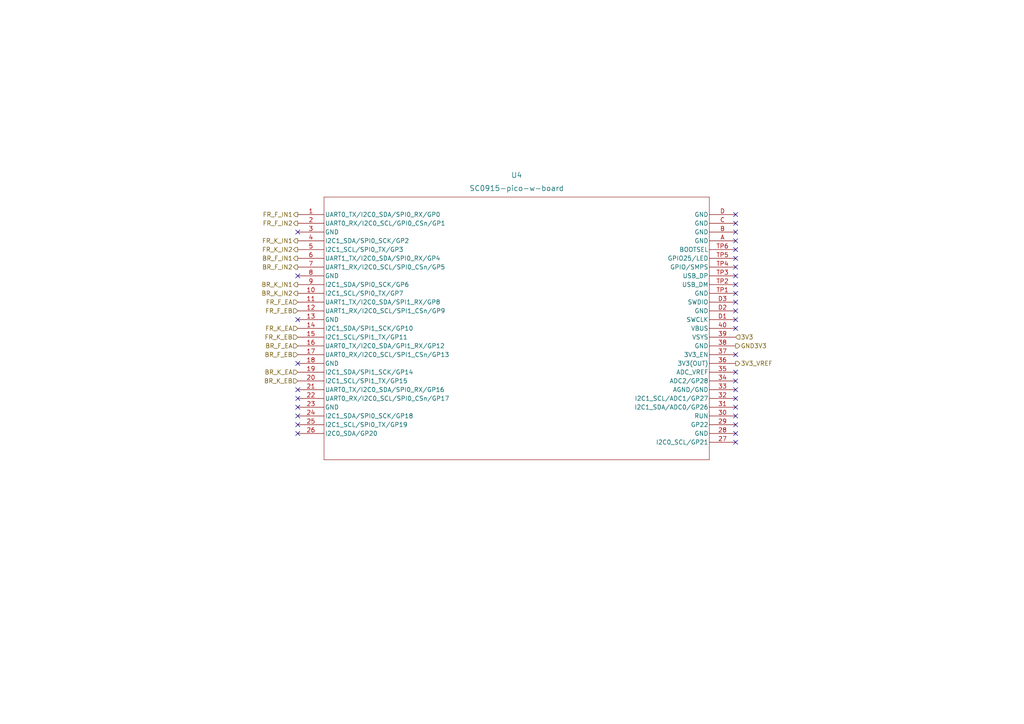
<source format=kicad_sch>
(kicad_sch (version 20211123) (generator eeschema)
  (paper "A4")
  (lib_symbols
    (symbol "library:SC0915-pico-w-board" (pin_names (offset 0.254))
      (property "Reference" "U4" (at 63.5 11.43 0))
      (property "Value" "SC0915-pico-w-board" (at 63.5 7.62 0))
      (symbol "SC0915-pico-w-board_0_1"
        (polyline (pts (xy 7.62 -71.12) (xy 119.38 -71.12)) (stroke (width 0.127)))
        (polyline (pts (xy 7.62 5.08) (xy 7.62 -71.12)) (stroke (width 0.127)))
        (polyline (pts (xy 119.38 -71.12) (xy 119.38 5.08)) (stroke (width 0.127)))
        (polyline (pts (xy 119.38 5.08) (xy 7.62 5.08)) (stroke (width 0.127)))
        (pin bidirectional line (at 0 0 0) (length 7.62) (name "UART0_TX/I2C0_SDA/SPI0_RX/GP0") (number "1"))
        (pin bidirectional line (at 0 -22.86 0) (length 7.62) (name "I2C1_SCL/SPI0_TX/GP7") (number "10"))
        (pin bidirectional line (at 0 -25.4 0) (length 7.62) (name "UART1_TX/I2C0_SDA/SPI1_RX/GP8") (number "11"))
        (pin bidirectional line (at 0 -27.94 0) (length 7.62) (name "UART1_RX/I2C0_SCL/SPI1_CSn/GP9") (number "12"))
        (pin power_out line (at 0 -30.48 0) (length 7.62) (name "GND") (number "13"))
        (pin bidirectional line (at 0 -33.02 0) (length 7.62) (name "I2C1_SDA/SPI1_SCK/GP10") (number "14"))
        (pin bidirectional line (at 0 -35.56 0) (length 7.62) (name "I2C1_SCL/SPI1_TX/GP11") (number "15"))
        (pin bidirectional line (at 0 -38.1 0) (length 7.62) (name "UART0_TX/I2C0_SDA/GPI1_RX/GP12") (number "16"))
        (pin bidirectional line (at 0 -40.64 0) (length 7.62) (name "UART0_RX/I2C0_SCL/SPI1_CSn/GP13") (number "17"))
        (pin power_out line (at 0 -43.18 0) (length 7.62) (name "GND") (number "18"))
        (pin bidirectional line (at 0 -45.72 0) (length 7.62) (name "I2C1_SDA/SPI1_SCK/GP14") (number "19"))
        (pin bidirectional line (at 0 -2.54 0) (length 7.62) (name "UART0_RX/I2C0_SCL/GPI0_CSn/GP1") (number "2"))
        (pin bidirectional line (at 0 -48.26 0) (length 7.62) (name "I2C1_SCL/SPI1_TX/GP15") (number "20"))
        (pin bidirectional line (at 0 -50.8 0) (length 7.62) (name "UART0_TX/I2C0_SDA/SPI0_RX/GP16") (number "21"))
        (pin bidirectional line (at 0 -53.34 0) (length 7.62) (name "UART0_RX/I2C0_SCL/SPI0_CSn/GP17") (number "22"))
        (pin power_out line (at 0 -55.88 0) (length 7.62) (name "GND") (number "23"))
        (pin bidirectional line (at 0 -58.42 0) (length 7.62) (name "I2C1_SDA/SPI0_SCK/GP18") (number "24"))
        (pin bidirectional line (at 0 -60.96 0) (length 7.62) (name "I2C1_SCL/SPI0_TX/GP19") (number "25"))
        (pin bidirectional line (at 0 -63.5 0) (length 7.62) (name "I2C0_SDA/GP20") (number "26"))
        (pin bidirectional line (at 127 -66.04 180) (length 7.62) (name "I2C0_SCL/GP21") (number "27"))
        (pin power_out line (at 127 -63.5 180) (length 7.62) (name "GND") (number "28"))
        (pin bidirectional line (at 127 -60.96 180) (length 7.62) (name "GP22") (number "29"))
        (pin power_out line (at 0 -5.08 0) (length 7.62) (name "GND") (number "3"))
        (pin unspecified line (at 127 -58.42 180) (length 7.62) (name "RUN") (number "30"))
        (pin bidirectional line (at 127 -55.88 180) (length 7.62) (name "I2C1_SDA/ADC0/GP26") (number "31"))
        (pin bidirectional line (at 127 -53.34 180) (length 7.62) (name "I2C1_SCL/ADC1/GP27") (number "32"))
        (pin power_out line (at 127 -50.8 180) (length 7.62) (name "AGND/GND") (number "33"))
        (pin bidirectional line (at 127 -48.26 180) (length 7.62) (name "ADC2/GP28") (number "34"))
        (pin power_in line (at 127 -45.72 180) (length 7.62) (name "ADC_VREF") (number "35"))
        (pin output line (at 127 -43.18 180) (length 7.62) (name "3V3(OUT)") (number "36"))
        (pin power_in line (at 127 -40.64 180) (length 7.62) (name "3V3_EN") (number "37"))
        (pin passive line (at 127 -38.1 180) (length 7.62) (name "GND") (number "38"))
        (pin passive line (at 127 -35.56 180) (length 7.62) (name "VSYS") (number "39"))
        (pin bidirectional line (at 0 -7.62 0) (length 7.62) (name "I2C1_SDA/SPI0_SCK/GP2") (number "4"))
        (pin power_in line (at 127 -33.02 180) (length 7.62) (name "VBUS") (number "40"))
        (pin bidirectional line (at 0 -10.16 0) (length 7.62) (name "I2C1_SCL/SPI0_TX/GP3") (number "5"))
        (pin bidirectional line (at 0 -12.7 0) (length 7.62) (name "UART1_TX/I2C0_SDA/SPI0_RX/GP4") (number "6"))
        (pin bidirectional line (at 0 -15.24 0) (length 7.62) (name "UART1_RX/I2C0_SCL/SPI0_CSn/GP5") (number "7"))
        (pin power_out line (at 0 -17.78 0) (length 7.62) (name "GND") (number "8"))
        (pin bidirectional line (at 0 -20.32 0) (length 7.62) (name "I2C1_SDA/SPI0_SCK/GP6") (number "9"))
        (pin power_out line (at 127 -7.62 180) (length 7.62) (name "GND") (number "A"))
        (pin power_out line (at 127 -5.08 180) (length 7.62) (name "GND") (number "B"))
        (pin power_out line (at 127 -2.54 180) (length 7.62) (name "GND") (number "C"))
        (pin power_out line (at 127 0 180) (length 7.62) (name "GND") (number "D"))
        (pin unspecified line (at 127 -30.48 180) (length 7.62) (name "SWCLK") (number "D1"))
        (pin power_out line (at 127 -27.94 180) (length 7.62) (name "GND") (number "D2"))
        (pin unspecified line (at 127 -25.4 180) (length 7.62) (name "SWDIO") (number "D3"))
        (pin power_out line (at 127 -22.86 180) (length 7.62) (name "GND") (number "TP1"))
        (pin unspecified line (at 127 -20.32 180) (length 7.62) (name "USB_DM") (number "TP2"))
        (pin unspecified line (at 127 -17.78 180) (length 7.62) (name "USB_DP") (number "TP3"))
        (pin unspecified line (at 127 -15.24 180) (length 7.62) (name "GPIO/SMPS") (number "TP4"))
        (pin unspecified line (at 127 -12.7 180) (length 7.62) (name "GPIO25/LED") (number "TP5"))
        (pin unspecified line (at 127 -10.16 180) (length 7.62) (name "BOOTSEL") (number "TP6"))
      )
    )
  )
  (no_connect (at 213.36 128.27))
  (no_connect (at 213.36 95.25))
  (no_connect (at 213.36 115.57))
  (no_connect (at 213.36 87.63))
  (no_connect (at 86.36 105.41))
  (no_connect (at 213.36 120.65))
  (no_connect (at 213.36 102.87))
  (no_connect (at 213.36 64.77))
  (no_connect (at 213.36 82.55))
  (no_connect (at 213.36 62.23))
  (no_connect (at 213.36 107.95))
  (no_connect (at 213.36 74.93))
  (no_connect (at 213.36 123.19))
  (no_connect (at 213.36 90.17))
  (no_connect (at 86.36 115.57))
  (no_connect (at 86.36 123.19))
  (no_connect (at 86.36 118.11))
  (no_connect (at 213.36 67.31))
  (no_connect (at 86.36 113.03))
  (no_connect (at 86.36 92.71))
  (no_connect (at 213.36 125.73))
  (no_connect (at 213.36 110.49))
  (no_connect (at 86.36 125.73))
  (no_connect (at 213.36 72.39))
  (no_connect (at 86.36 80.01))
  (no_connect (at 213.36 92.71))
  (no_connect (at 213.36 85.09))
  (no_connect (at 213.36 80.01))
  (no_connect (at 86.36 67.31))
  (no_connect (at 213.36 118.11))
  (no_connect (at 213.36 113.03))
  (no_connect (at 213.36 69.85))
  (no_connect (at 213.36 77.47))
  (no_connect (at 86.36 120.65))
  (hierarchical_label "FR_F_EB" (shape input) (at 86.36 90.17 180))
  (hierarchical_label "GND3V3" (shape output) (at 213.36 100.33 0))
  (hierarchical_label "BR_K_IN2" (shape output) (at 86.36 85.09 180))
  (hierarchical_label "BR_K_EA" (shape input) (at 86.36 107.95 180))
  (hierarchical_label "BR_F_EA" (shape input) (at 86.36 100.33 180))
  (hierarchical_label "BR_F_IN1" (shape output) (at 86.36 74.93 180))
  (hierarchical_label "FR_F_EA" (shape input) (at 86.36 87.63 180))
  (hierarchical_label "BR_F_IN2" (shape output) (at 86.36 77.47 180))
  (hierarchical_label "FR_F_IN2" (shape output) (at 86.36 64.77 180))
  (hierarchical_label "FR_K_IN1" (shape output) (at 86.36 69.85 180))
  (hierarchical_label "BR_K_EB" (shape input) (at 86.36 110.49 180))
  (hierarchical_label "FR_K_EA" (shape input) (at 86.36 95.25 180))
  (hierarchical_label "FR_K_EB" (shape input) (at 86.36 97.79 180))
  (hierarchical_label "3V3" (shape input) (at 213.36 97.79 0))
  (hierarchical_label "FR_F_IN1" (shape output) (at 86.36 62.23 180))
  (hierarchical_label "3V3_VREF" (shape output) (at 213.36 105.41 0))
  (hierarchical_label "BR_K_IN1" (shape output) (at 86.36 82.55 180))
  (hierarchical_label "BR_F_EB" (shape input) (at 86.36 102.87 180))
  (hierarchical_label "FR_K_IN2" (shape output) (at 86.36 72.39 180))
  (symbol (lib_id "library:SC0915-pico-w-board") (at 86.36 62.23 0) (unit 1)
    (property "Reference" "U4" (at 149.86 50.8 0) (effects (font (size 1.524 1.524))))
    (property "Value" "SC0915-pico-w-board" (at 149.86 54.61 0) (effects (font (size 1.524 1.524))))
    (property "Footprint" "quadruped-lib-footprints:RPi_PicoW_SMD_TH" (effects hide))
    (property "Datasheet" "SC0915" (effects hide))
  )
)
</source>
